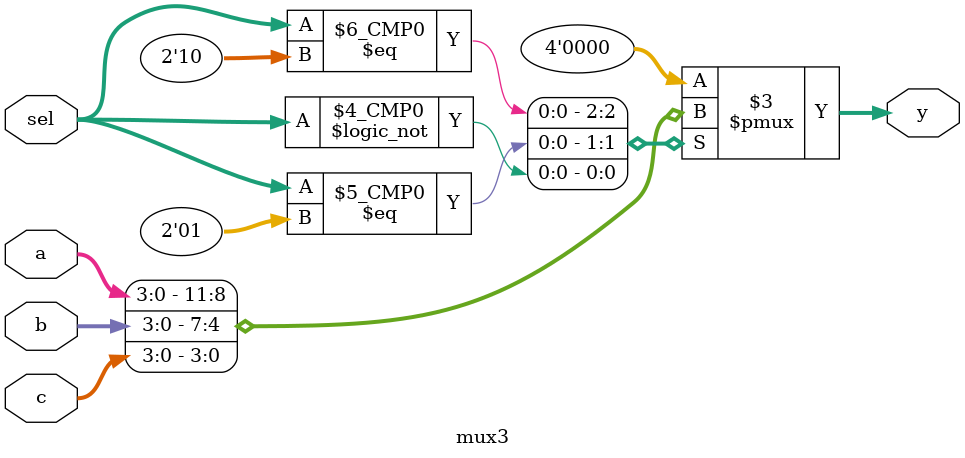
<source format=sv>
module mux3
#(parameter n = 4)
(input logic[n-1:0] a, b, c,
 input logic[1:0] sel,
 output logic[n-1:0] y
);

always_comb begin
  case(sel)
    2'b10: y = a;
    2'b01: y = b;
    2'b00: y = c;
    default: y = 0;
  endcase
end

endmodule
</source>
